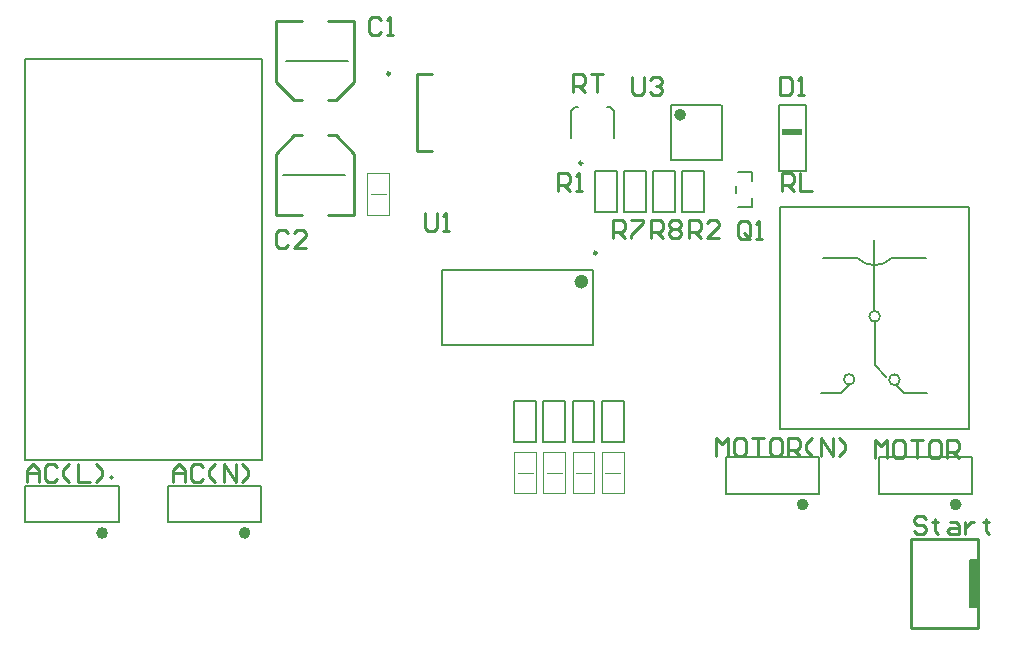
<source format=gto>
G04*
G04 #@! TF.GenerationSoftware,Altium Limited,Altium Designer,21.3.2 (30)*
G04*
G04 Layer_Color=65535*
%FSTAX24Y24*%
%MOIN*%
G70*
G04*
G04 #@! TF.SameCoordinates,B3B2999D-E210-4126-8252-5E02B47327B5*
G04*
G04*
G04 #@! TF.FilePolarity,Positive*
G04*
G01*
G75*
%ADD10C,0.0197*%
%ADD11C,0.0079*%
%ADD12C,0.0236*%
%ADD13C,0.0098*%
%ADD14C,0.0200*%
%ADD15C,0.0070*%
%ADD16C,0.0100*%
%ADD17C,0.0050*%
%ADD18C,0.0039*%
%ADD19C,0.0080*%
%ADD20R,0.0670X0.0220*%
G36*
X056779Y023012D02*
X056741Y022996D01*
X056491D01*
X056452Y023012D01*
X056437Y02305D01*
Y02455D01*
X056452Y024588D01*
X056491Y024604D01*
X056741D01*
X056779Y024588D01*
X056795Y02455D01*
Y02305D01*
X056779Y023012D01*
D02*
G37*
D10*
X027648Y025489D02*
G03*
X027648Y025489I-000098J0D01*
G01*
X032398D02*
G03*
X032398Y025489I-000098J0D01*
G01*
X056098Y026439D02*
G03*
X056098Y026439I-000098J0D01*
G01*
X050998D02*
G03*
X050998Y026439I-000098J0D01*
G01*
D11*
X027904Y027336D02*
G03*
X027904Y027336I-000039J0D01*
G01*
X024991Y025844D02*
X028109D01*
X024991D02*
Y027056D01*
X028109D01*
Y025844D02*
Y027056D01*
X029741Y025844D02*
X032859D01*
X029741D02*
Y027056D01*
X032859D01*
Y025844D02*
Y027056D01*
X053441Y026794D02*
X056559D01*
X053441D02*
Y028006D01*
X056559D01*
Y026794D02*
Y028006D01*
X048341Y026794D02*
X051459D01*
X048341D02*
Y028006D01*
X051459D01*
Y026794D02*
Y028006D01*
X03888Y031761D02*
Y034261D01*
X04392Y031761D02*
Y034261D01*
X03888Y031761D02*
X04392D01*
X03888Y034261D02*
X04392D01*
X046498Y03976D02*
X048196D01*
X048202Y03793D02*
Y03976D01*
X046498Y03793D02*
Y03976D01*
Y03793D02*
X048202D01*
X048752Y037525D02*
X049225D01*
Y03721D02*
Y037525D01*
X048752Y036344D02*
X049225D01*
Y036658D01*
X0501Y037541D02*
X051D01*
Y039741D01*
X0501D02*
X051D01*
X0501Y037541D02*
Y039741D01*
X044609Y038664D02*
Y03957D01*
X044491Y039688D02*
X044609Y03957D01*
X044372Y039688D02*
X044491D01*
X043309Y039688D02*
X043428D01*
X043191Y03957D02*
X043309Y039688D01*
X043191Y038664D02*
Y03957D01*
D12*
X043644Y033867D02*
G03*
X043644Y033867I-000118J0D01*
G01*
D13*
X044034Y034822D02*
G03*
X044034Y034822I-000049J0D01*
G01*
X037147Y040801D02*
G03*
X037147Y040801I-000049J0D01*
G01*
X043556Y037818D02*
G03*
X043556Y037818I-000049J0D01*
G01*
D14*
X046916Y03943D02*
G03*
X046916Y03943I-0001J0D01*
G01*
D15*
X052628Y030608D02*
G03*
X052628Y030608I-000178J0D01*
G01*
X054138Y030598D02*
G03*
X054138Y030598I-000178J0D01*
G01*
X053478Y032708D02*
G03*
X053478Y032708I-000178J0D01*
G01*
X05271Y03466D02*
G03*
X05387Y03465I000585J000575D01*
G01*
X05329Y03291D02*
Y03524D01*
X05015Y02895D02*
X05645D01*
X05015Y03635D02*
X05645D01*
X05015Y02895D02*
Y03635D01*
X05645Y02895D02*
Y03635D01*
X05428Y03016D02*
X05504D01*
X05402Y03042D02*
X05428Y03016D01*
X05152D02*
X05218D01*
X05245Y03043D01*
X0533Y03108D02*
Y03251D01*
Y03108D02*
X05369Y03069D01*
X05157Y03467D02*
X0527D01*
X05388Y03466D02*
X05502D01*
D16*
X054511Y02232D02*
Y025284D01*
X056756Y022316D02*
Y025284D01*
X054511Y022316D02*
X056756D01*
X054511Y025284D02*
X056756D01*
X038043Y03822D02*
Y04078D01*
X038555D01*
X038043Y03822D02*
X038555D01*
X035093Y038747D02*
X035339D01*
X035093Y036089D02*
X035952D01*
Y038134D01*
X035339Y038747D02*
X035952Y038134D01*
X033961Y038747D02*
X034207D01*
X033348Y036089D02*
X034207D01*
X033348D02*
Y038134D01*
X033961Y038747D01*
X033961Y039906D02*
X034207D01*
X033348Y042563D02*
X034207D01*
X033348Y040519D02*
Y042563D01*
Y040519D02*
X033961Y039906D01*
X035093D02*
X035339D01*
X035093Y042563D02*
X035952D01*
Y040519D02*
Y042563D01*
X035339Y039906D02*
X035952Y040519D01*
X055Y02595D02*
X0549Y02605D01*
X0547D01*
X0546Y02595D01*
Y02585D01*
X0547Y02575D01*
X0549D01*
X055Y02565D01*
Y02555D01*
X0549Y02545D01*
X0547D01*
X0546Y02555D01*
X0553Y02595D02*
Y02585D01*
X0552D01*
X0554D01*
X0553D01*
Y02555D01*
X0554Y02545D01*
X0558Y02585D02*
X056D01*
X0561Y02575D01*
Y02545D01*
X0558D01*
X0557Y02555D01*
X0558Y02565D01*
X0561D01*
X0563Y02585D02*
Y02545D01*
Y02565D01*
X0564Y02575D01*
X0565Y02585D01*
X0566D01*
X057Y02595D02*
Y02585D01*
X0569D01*
X0571D01*
X057D01*
Y02555D01*
X0571Y02545D01*
X02505Y0272D02*
Y0276D01*
X02525Y0278D01*
X02545Y0276D01*
Y0272D01*
Y0275D01*
X02505D01*
X02605Y0277D02*
X02595Y0278D01*
X02575D01*
X02565Y0277D01*
Y0273D01*
X02575Y0272D01*
X02595D01*
X02605Y0273D01*
X02645Y0272D02*
X02625Y0274D01*
Y0276D01*
X02645Y0278D01*
X02675D02*
Y0272D01*
X02715D01*
X02735D02*
X02755Y0274D01*
Y0276D01*
X02735Y0278D01*
X0299Y0272D02*
Y0276D01*
X0301Y0278D01*
X0303Y0276D01*
Y0272D01*
Y0275D01*
X0299D01*
X0309Y0277D02*
X0308Y0278D01*
X0306D01*
X0305Y0277D01*
Y0273D01*
X0306Y0272D01*
X0308D01*
X0309Y0273D01*
X0313Y0272D02*
X0311Y0274D01*
Y0276D01*
X0313Y0278D01*
X0316Y0272D02*
Y0278D01*
X032Y0272D01*
Y0278D01*
X0322Y0272D02*
X0324Y0274D01*
Y0276D01*
X0322Y0278D01*
X0533Y028D02*
Y0286D01*
X0535Y0284D01*
X0537Y0286D01*
Y028D01*
X0542Y0286D02*
X054D01*
X0539Y0285D01*
Y0281D01*
X054Y028D01*
X0542D01*
X0543Y0281D01*
Y0285D01*
X0542Y0286D01*
X0545D02*
X0549D01*
X0547D01*
Y028D01*
X0554Y0286D02*
X0552D01*
X0551Y0285D01*
Y0281D01*
X0552Y028D01*
X0554D01*
X0555Y0281D01*
Y0285D01*
X0554Y0286D01*
X0557Y028D02*
Y0286D01*
X056D01*
X0561Y0285D01*
Y0283D01*
X056Y0282D01*
X0557D01*
X0559D02*
X0561Y028D01*
X048001Y02805D02*
Y02865D01*
X048201Y02845D01*
X048401Y02865D01*
Y02805D01*
X0489Y02865D02*
X0487D01*
X048601Y02855D01*
Y02815D01*
X0487Y02805D01*
X0489D01*
X049Y02815D01*
Y02855D01*
X0489Y02865D01*
X0492D02*
X0496D01*
X0494D01*
Y02805D01*
X0501Y02865D02*
X0499D01*
X0498Y02855D01*
Y02815D01*
X0499Y02805D01*
X0501D01*
X0502Y02815D01*
Y02855D01*
X0501Y02865D01*
X0504Y02805D02*
Y02865D01*
X0507D01*
X0508Y02855D01*
Y02835D01*
X0507Y02825D01*
X0504D01*
X0506D02*
X0508Y02805D01*
X0512D02*
X051Y02825D01*
Y02845D01*
X0512Y02865D01*
X0515Y02805D02*
Y02865D01*
X051899Y02805D01*
Y02865D01*
X052099Y02805D02*
X052299Y02825D01*
Y02845D01*
X052099Y02865D01*
X0383Y03615D02*
Y03565D01*
X0384Y03555D01*
X0386D01*
X0387Y03565D01*
Y03615D01*
X0389Y03555D02*
X0391D01*
X039D01*
Y03615D01*
X0389Y03605D01*
X04521Y0407D02*
Y0402D01*
X04531Y0401D01*
X04551D01*
X04561Y0402D01*
Y0407D01*
X04581Y0406D02*
X04591Y0407D01*
X04611D01*
X04621Y0406D01*
Y0405D01*
X04611Y0404D01*
X04601D01*
X04611D01*
X04621Y0403D01*
Y0402D01*
X04611Y0401D01*
X04591D01*
X04581Y0402D01*
X044567Y035316D02*
Y035916D01*
X044867D01*
X044967Y035816D01*
Y035616D01*
X044867Y035516D01*
X044567D01*
X044767D02*
X044967Y035316D01*
X045167Y035916D02*
X045567D01*
Y035816D01*
X045167Y035416D01*
Y035316D01*
X045842D02*
Y035916D01*
X046142D01*
X046242Y035816D01*
Y035616D01*
X046142Y035516D01*
X045842D01*
X046042D02*
X046242Y035316D01*
X046442Y035816D02*
X046542Y035916D01*
X046742D01*
X046841Y035816D01*
Y035716D01*
X046742Y035616D01*
X046841Y035516D01*
Y035416D01*
X046742Y035316D01*
X046542D01*
X046442Y035416D01*
Y035516D01*
X046542Y035616D01*
X046442Y035716D01*
Y035816D01*
X046542Y035616D02*
X046742D01*
X047117Y035316D02*
Y035916D01*
X047417D01*
X047517Y035816D01*
Y035616D01*
X047417Y035516D01*
X047117D01*
X047317D02*
X047517Y035316D01*
X048116D02*
X047717D01*
X048116Y035716D01*
Y035816D01*
X048017Y035916D01*
X047817D01*
X047717Y035816D01*
X04915Y0354D02*
Y0358D01*
X04905Y0359D01*
X04885D01*
X04875Y0358D01*
Y0354D01*
X04885Y0353D01*
X04905D01*
X04895Y0355D02*
X04915Y0353D01*
X04905D02*
X04915Y0354D01*
X04935Y0353D02*
X04955D01*
X04945D01*
Y0359D01*
X04935Y0358D01*
X05016Y04068D02*
Y04008D01*
X05046D01*
X05056Y04018D01*
Y04058D01*
X05046Y04068D01*
X05016D01*
X05076Y04008D02*
X05096D01*
X05086D01*
Y04068D01*
X05076Y04058D01*
X04275Y0369D02*
Y0375D01*
X04305D01*
X04315Y0374D01*
Y0372D01*
X04305Y0371D01*
X04275D01*
X04295D02*
X04315Y0369D01*
X04335D02*
X04355D01*
X04345D01*
Y0375D01*
X04335Y0374D01*
X04324Y04019D02*
Y04079D01*
X04354D01*
X04364Y04069D01*
Y04049D01*
X04354Y04039D01*
X04324D01*
X04344D02*
X04364Y04019D01*
X04384Y04079D02*
X04424D01*
X04404D01*
Y04019D01*
X03375Y0355D02*
X03365Y0356D01*
X03345D01*
X03335Y0355D01*
Y0351D01*
X03345Y035D01*
X03365D01*
X03375Y0351D01*
X03435Y035D02*
X03395D01*
X03435Y0354D01*
Y0355D01*
X03425Y0356D01*
X03405D01*
X03395Y0355D01*
X03685Y0426D02*
X03675Y0427D01*
X03655D01*
X03645Y0426D01*
Y0422D01*
X03655Y0421D01*
X03675D01*
X03685Y0422D01*
X03705Y0421D02*
X03725D01*
X03715D01*
Y0427D01*
X03705Y0426D01*
X05022Y03689D02*
Y03749D01*
X05052D01*
X05062Y03739D01*
Y03719D01*
X05052Y03709D01*
X05022D01*
X05042D02*
X05062Y03689D01*
X05082Y03749D02*
Y03689D01*
X05122D01*
D17*
X032865Y027907D02*
Y041293D01*
X024991D02*
X032865D01*
X024991Y027907D02*
Y041293D01*
Y027907D02*
X032865D01*
X042258Y028511D02*
X042986D01*
X042258Y029889D02*
X042986D01*
X042258Y028511D02*
Y029889D01*
X042986Y028511D02*
Y029889D01*
X044202Y028511D02*
X044931D01*
X044202Y029889D02*
X044931D01*
X044202Y028511D02*
Y029889D01*
X044931Y028511D02*
Y029889D01*
X04323Y028511D02*
X043959D01*
X04323Y029889D02*
X043959D01*
X04323Y028511D02*
Y029889D01*
X043959Y028511D02*
Y029889D01*
X041286Y028511D02*
X042014D01*
X041286Y029889D02*
X042014D01*
X041286Y028511D02*
Y029889D01*
X042014Y028511D02*
Y029889D01*
X044952Y036177D02*
Y037555D01*
X045681Y036177D02*
Y037555D01*
X044952Y036177D02*
X045681D01*
X044952Y037555D02*
X045681D01*
X045919D02*
X046648D01*
X045919Y036177D02*
X046648D01*
Y037555D01*
X045919Y036177D02*
Y037555D01*
X046886D02*
X047614D01*
X046886Y036177D02*
X047614D01*
Y037555D01*
X046886Y036177D02*
Y037555D01*
X043986D02*
X044714D01*
X043986Y036177D02*
X044714D01*
Y037555D01*
X043986Y036177D02*
Y037555D01*
D18*
X042252Y026811D02*
Y028189D01*
X042981Y026811D02*
Y028189D01*
X042252Y026811D02*
X042981D01*
X042252Y028189D02*
X042981D01*
X042367Y0275D02*
X042867D01*
X044202Y026811D02*
Y028189D01*
X044931Y026811D02*
Y028189D01*
X044202Y026811D02*
X044931D01*
X044202Y028189D02*
X044931D01*
X044317Y0275D02*
X044817D01*
X04323Y026811D02*
Y028189D01*
X043959Y026811D02*
Y028189D01*
X04323Y026811D02*
X043959D01*
X04323Y028189D02*
X043959D01*
X043344Y0275D02*
X043844D01*
X041286Y026811D02*
Y028189D01*
X042014Y026811D02*
Y028189D01*
X041286Y026811D02*
X042014D01*
X041286Y028189D02*
X042014D01*
X0414Y0275D02*
X0419D01*
X036386Y036095D02*
Y037473D01*
X037114Y036095D02*
Y037473D01*
X036386Y036095D02*
X037114D01*
X036386Y037473D02*
X037114D01*
X0365Y036784D02*
X037D01*
D19*
X04867Y036819D02*
Y037066D01*
X03357Y037418D02*
X03563D01*
X03367Y041234D02*
X03573D01*
D20*
X050545Y03885D02*
D03*
M02*

</source>
